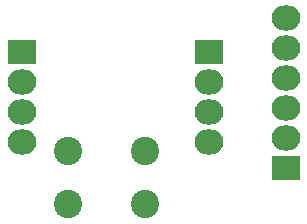
<source format=gbs>
G04 #@! TF.GenerationSoftware,KiCad,Pcbnew,(2017-01-24 revision 0b6147e)-makepkg*
G04 #@! TF.CreationDate,2017-01-29T23:02:28+05:30*
G04 #@! TF.ProjectId,attiny13a,617474696E793133612E6B696361645F,0.1*
G04 #@! TF.FileFunction,Soldermask,Bot*
G04 #@! TF.FilePolarity,Negative*
%FSLAX46Y46*%
G04 Gerber Fmt 4.6, Leading zero omitted, Abs format (unit mm)*
G04 Created by KiCad (PCBNEW (2017-01-24 revision 0b6147e)-makepkg) date 01/29/17 23:02:28*
%MOMM*%
%LPD*%
G01*
G04 APERTURE LIST*
%ADD10C,0.100000*%
%ADD11C,2.400000*%
%ADD12O,2.432000X2.127200*%
%ADD13R,2.432000X2.127200*%
G04 APERTURE END LIST*
D10*
D11*
X126873000Y-102036000D03*
X126873000Y-97536000D03*
X133373000Y-102036000D03*
X133373000Y-97536000D03*
D12*
X138811000Y-96774000D03*
X138811000Y-94234000D03*
X138811000Y-91694000D03*
D13*
X138811000Y-89154000D03*
X122936000Y-89154000D03*
D12*
X122936000Y-91694000D03*
X122936000Y-94234000D03*
X122936000Y-96774000D03*
X145288000Y-86233000D03*
X145288000Y-88773000D03*
X145288000Y-91313000D03*
X145288000Y-93853000D03*
X145288000Y-96393000D03*
D13*
X145288000Y-98933000D03*
M02*

</source>
